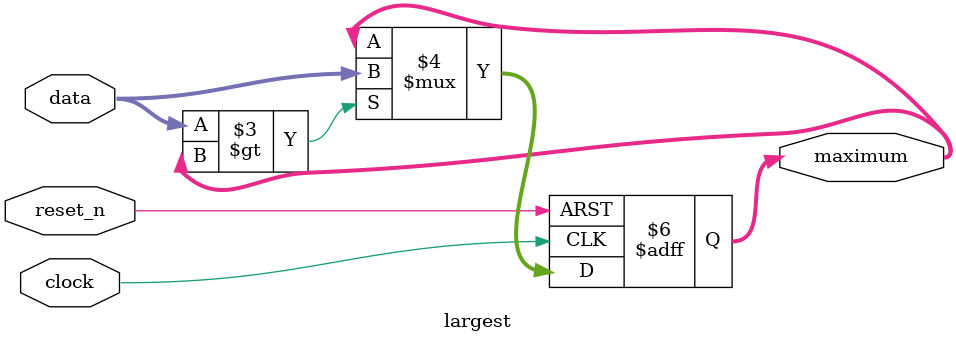
<source format=sv>
module test_largest #(parameter N = 10, SAMPLES = 50);
    logic C, Rn;
    logic [N-1:0] D, L;

    largest #(.N(N)) dut(.clock(C), .reset_n(Rn), .data(D), .maximum(L));

    initial begin
        C = 'b0;
        Rn = 'b0;
        #5 Rn = 'b1;
    end

    always #10 C = ~C;

    initial begin
        $monitor("%6d: Rn=%b, D=%d, L=%d", $time, Rn, D, L);
        repeat (SAMPLES) begin
            D = $urandom;
            #20 assert(L >= D);
        end
        $finish;
    end

endmodule: test_largest


module largest #(parameter N = 10) (input [N-1:0] data, input clock, reset_n, output logic [N-1:0] maximum);
always_ff @(posedge clock, negedge reset_n) begin
    if (~reset_n) begin
        maximum <= 'b0;
    end else begin
        if(data > maximum) begin
            maximum <= data;
        end
    end
end
endmodule: largest
</source>
